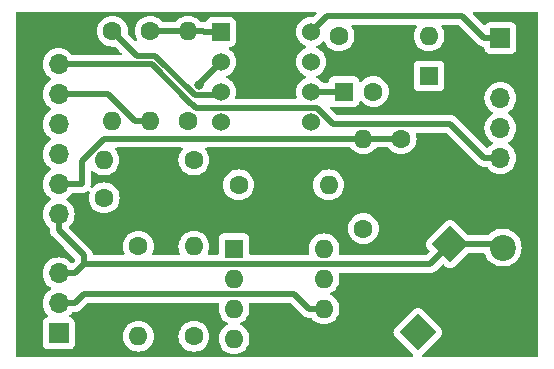
<source format=gtl>
G04 #@! TF.GenerationSoftware,KiCad,Pcbnew,7.0.11-7.0.11~ubuntu22.04.1*
G04 #@! TF.CreationDate,2024-07-25T22:55:08-03:00*
G04 #@! TF.ProjectId,Fonte_corrente_mono_V01b_compacto,466f6e74-655f-4636-9f72-72656e74655f,rev?*
G04 #@! TF.SameCoordinates,Original*
G04 #@! TF.FileFunction,Copper,L1,Top*
G04 #@! TF.FilePolarity,Positive*
%FSLAX46Y46*%
G04 Gerber Fmt 4.6, Leading zero omitted, Abs format (unit mm)*
G04 Created by KiCad (PCBNEW 7.0.11-7.0.11~ubuntu22.04.1) date 2024-07-25 22:55:08*
%MOMM*%
%LPD*%
G01*
G04 APERTURE LIST*
G04 Aperture macros list*
%AMHorizOval*
0 Thick line with rounded ends*
0 $1 width*
0 $2 $3 position (X,Y) of the first rounded end (center of the circle)*
0 $4 $5 position (X,Y) of the second rounded end (center of the circle)*
0 Add line between two ends*
20,1,$1,$2,$3,$4,$5,0*
0 Add two circle primitives to create the rounded ends*
1,1,$1,$2,$3*
1,1,$1,$4,$5*%
%AMRotRect*
0 Rectangle, with rotation*
0 The origin of the aperture is its center*
0 $1 length*
0 $2 width*
0 $3 Rotation angle, in degrees counterclockwise*
0 Add horizontal line*
21,1,$1,$2,0,0,$3*%
G04 Aperture macros list end*
G04 #@! TA.AperFunction,ComponentPad*
%ADD10C,1.600000*%
G04 #@! TD*
G04 #@! TA.AperFunction,ComponentPad*
%ADD11O,1.600000X1.600000*%
G04 #@! TD*
G04 #@! TA.AperFunction,ComponentPad*
%ADD12R,1.600000X1.600000*%
G04 #@! TD*
G04 #@! TA.AperFunction,ComponentPad*
%ADD13R,1.700000X1.700000*%
G04 #@! TD*
G04 #@! TA.AperFunction,ComponentPad*
%ADD14O,1.700000X1.700000*%
G04 #@! TD*
G04 #@! TA.AperFunction,ComponentPad*
%ADD15RotRect,2.200000X2.200000X45.000000*%
G04 #@! TD*
G04 #@! TA.AperFunction,ComponentPad*
%ADD16HorizOval,2.200000X0.000000X0.000000X0.000000X0.000000X0*%
G04 #@! TD*
G04 #@! TA.AperFunction,ComponentPad*
%ADD17R,1.524000X1.524000*%
G04 #@! TD*
G04 #@! TA.AperFunction,ComponentPad*
%ADD18C,1.524000*%
G04 #@! TD*
G04 #@! TA.AperFunction,ComponentPad*
%ADD19RotRect,2.200000X2.200000X225.000000*%
G04 #@! TD*
G04 #@! TA.AperFunction,ComponentPad*
%ADD20HorizOval,2.200000X0.000000X0.000000X0.000000X0.000000X0*%
G04 #@! TD*
G04 #@! TA.AperFunction,ViaPad*
%ADD21C,0.800000*%
G04 #@! TD*
G04 #@! TA.AperFunction,Conductor*
%ADD22C,0.500000*%
G04 #@! TD*
G04 APERTURE END LIST*
D10*
X228250000Y-93490000D03*
D11*
X228250000Y-101110000D03*
D12*
X223394900Y-89500000D03*
D10*
X225894900Y-89500000D03*
D13*
X199250000Y-109975000D03*
D14*
X199250000Y-107435000D03*
X199250000Y-104895000D03*
D10*
X214490000Y-97400000D03*
D11*
X222110000Y-97400000D03*
D10*
X203800000Y-84390000D03*
D11*
X203800000Y-92010000D03*
D10*
X210200000Y-92010000D03*
D11*
X210200000Y-84390000D03*
D15*
X229657900Y-109892100D03*
D16*
X236842105Y-102707895D03*
D10*
X210700000Y-95300000D03*
D11*
X203080000Y-95300000D03*
D10*
X210700000Y-110220000D03*
D11*
X210700000Y-102600000D03*
D12*
X214100000Y-102810000D03*
D11*
X214100000Y-105350000D03*
X214100000Y-107890000D03*
X214100000Y-110430000D03*
X221720000Y-110430000D03*
X221720000Y-107890000D03*
X221720000Y-105350000D03*
X221720000Y-102810000D03*
D10*
X207000000Y-84390000D03*
D11*
X207000000Y-92010000D03*
D10*
X206000000Y-102600000D03*
D11*
X206000000Y-110220000D03*
D17*
X213000000Y-84460000D03*
D18*
X213000000Y-87000000D03*
X213000000Y-89540000D03*
X213000000Y-92080000D03*
X220620000Y-92080000D03*
X220620000Y-89540000D03*
X220620000Y-87000000D03*
X220620000Y-84460000D03*
D12*
X230600000Y-88194900D03*
D10*
X230600000Y-90694900D03*
X225050000Y-101110000D03*
D11*
X225050000Y-93490000D03*
D13*
X199250000Y-84640000D03*
D14*
X199250000Y-87180000D03*
X199250000Y-89720000D03*
X199250000Y-92260000D03*
X199250000Y-94800000D03*
X199250000Y-97340000D03*
X199250000Y-99880000D03*
D19*
X232392100Y-102407900D03*
D20*
X225207895Y-109592105D03*
D13*
X236650000Y-84970000D03*
D14*
X236650000Y-87510000D03*
X236650000Y-90050000D03*
X236650000Y-92590000D03*
X236650000Y-95130000D03*
D10*
X222990000Y-84800000D03*
D11*
X230610000Y-84800000D03*
D10*
X203100000Y-98500000D03*
D11*
X210720000Y-98500000D03*
D21*
X211131500Y-88979500D03*
D22*
X220660000Y-89500000D02*
X223394900Y-89500000D01*
X220620000Y-89540000D02*
X220660000Y-89500000D01*
X225050000Y-93490000D02*
X228250000Y-93490000D01*
X199250000Y-97340000D02*
X201200000Y-97340000D01*
X201200000Y-97340000D02*
X201200000Y-95390000D01*
X201200000Y-95390000D02*
X203100000Y-93490000D01*
X203100000Y-93490000D02*
X225050000Y-93490000D01*
X203800000Y-84390000D02*
X205889600Y-86479600D01*
X212708600Y-89831400D02*
X213000000Y-89540000D01*
X205889600Y-86479600D02*
X207426900Y-86479600D01*
X210778700Y-89831400D02*
X212708600Y-89831400D01*
X207426900Y-86479600D02*
X210778700Y-89831400D01*
X221980000Y-83100000D02*
X220620000Y-84460000D01*
X236650000Y-84970000D02*
X235300000Y-84970000D01*
X233430000Y-83100000D02*
X221980000Y-83100000D01*
X235300000Y-84970000D02*
X233430000Y-83100000D01*
X207136100Y-87181500D02*
X210487900Y-90533300D01*
X222494900Y-92238100D02*
X232408100Y-92238100D01*
X236650000Y-95130000D02*
X235300000Y-95130000D01*
X200601500Y-87181500D02*
X207136100Y-87181500D01*
X210877300Y-90866100D02*
X221122900Y-90866100D01*
X210544500Y-90533300D02*
X210877300Y-90866100D01*
X210487900Y-90533300D02*
X210544500Y-90533300D01*
X200600000Y-87180000D02*
X200601500Y-87181500D01*
X199250000Y-87180000D02*
X200600000Y-87180000D01*
X221122900Y-90866100D02*
X222494900Y-92238100D01*
X232408100Y-92238100D02*
X235300000Y-95130000D01*
X221720000Y-107890000D02*
X220420000Y-107890000D01*
X200600000Y-107435000D02*
X201414900Y-106620100D01*
X201414900Y-106620100D02*
X219150100Y-106620100D01*
X219150100Y-106620100D02*
X220420000Y-107890000D01*
X199250000Y-107435000D02*
X200600000Y-107435000D01*
X236842105Y-102707895D02*
X236842100Y-102707900D01*
X232392100Y-102407900D02*
X236542110Y-102407900D01*
X201401300Y-103381300D02*
X201401300Y-104093700D01*
X200600000Y-104895000D02*
X201401300Y-104093700D01*
X199250000Y-104895000D02*
X200600000Y-104895000D01*
X199250000Y-101230000D02*
X201401300Y-103381300D01*
X201401300Y-104093700D02*
X230706300Y-104093700D01*
X230706300Y-104093700D02*
X232392100Y-102407900D01*
X199250000Y-99880000D02*
X199250000Y-101230000D01*
X236542110Y-102407900D02*
X236842105Y-102707895D01*
X203410000Y-89720000D02*
X205700000Y-92010000D01*
X207000000Y-92010000D02*
X205700000Y-92010000D01*
X199250000Y-89720000D02*
X203410000Y-89720000D01*
X213000000Y-87000000D02*
X211131500Y-88868500D01*
X211131500Y-88868500D02*
X211131500Y-88979500D01*
X211570000Y-84460000D02*
X211500000Y-84390000D01*
X207000000Y-84390000D02*
X210200000Y-84390000D01*
X210200000Y-84390000D02*
X211500000Y-84390000D01*
X213000000Y-84460000D02*
X211570000Y-84460000D01*
G04 #@! TA.AperFunction,Conductor*
G36*
X221036309Y-82769685D02*
G01*
X221082064Y-82822489D01*
X221092008Y-82891647D01*
X221062983Y-82955203D01*
X221056972Y-82961658D01*
X220858260Y-83160370D01*
X220850272Y-83168359D01*
X220788949Y-83201843D01*
X220751785Y-83204205D01*
X220620003Y-83192677D01*
X220619998Y-83192677D01*
X220399937Y-83211929D01*
X220399929Y-83211930D01*
X220186554Y-83269104D01*
X220186548Y-83269107D01*
X219986340Y-83362465D01*
X219986338Y-83362466D01*
X219805377Y-83489175D01*
X219649175Y-83645377D01*
X219522466Y-83826338D01*
X219522465Y-83826340D01*
X219429107Y-84026548D01*
X219429104Y-84026554D01*
X219371930Y-84239929D01*
X219371929Y-84239937D01*
X219352677Y-84459997D01*
X219352677Y-84460002D01*
X219371929Y-84680062D01*
X219371930Y-84680070D01*
X219429104Y-84893445D01*
X219429105Y-84893447D01*
X219429106Y-84893450D01*
X219491235Y-85026686D01*
X219522466Y-85093662D01*
X219522468Y-85093666D01*
X219649170Y-85274615D01*
X219649175Y-85274621D01*
X219805378Y-85430824D01*
X219805384Y-85430829D01*
X219986333Y-85557531D01*
X219986335Y-85557532D01*
X219986338Y-85557534D01*
X220080191Y-85601298D01*
X220115189Y-85617618D01*
X220167628Y-85663790D01*
X220186780Y-85730984D01*
X220166564Y-85797865D01*
X220115189Y-85842382D01*
X219986340Y-85902465D01*
X219986338Y-85902466D01*
X219805377Y-86029175D01*
X219649175Y-86185377D01*
X219522466Y-86366338D01*
X219522465Y-86366340D01*
X219429107Y-86566548D01*
X219429104Y-86566554D01*
X219371930Y-86779929D01*
X219371929Y-86779937D01*
X219352677Y-86999997D01*
X219352677Y-87000002D01*
X219371929Y-87220062D01*
X219371930Y-87220070D01*
X219429104Y-87433445D01*
X219429105Y-87433447D01*
X219429106Y-87433450D01*
X219522466Y-87633662D01*
X219522468Y-87633666D01*
X219649170Y-87814615D01*
X219649175Y-87814621D01*
X219805378Y-87970824D01*
X219805384Y-87970829D01*
X219986333Y-88097531D01*
X219986335Y-88097532D01*
X219986338Y-88097534D01*
X220105114Y-88152920D01*
X220115189Y-88157618D01*
X220167628Y-88203790D01*
X220186780Y-88270984D01*
X220166564Y-88337865D01*
X220115189Y-88382382D01*
X219986340Y-88442465D01*
X219986338Y-88442466D01*
X219805377Y-88569175D01*
X219649175Y-88725377D01*
X219522466Y-88906338D01*
X219522465Y-88906340D01*
X219429107Y-89106548D01*
X219429104Y-89106554D01*
X219371930Y-89319929D01*
X219371929Y-89319937D01*
X219352677Y-89539997D01*
X219352677Y-89540002D01*
X219369009Y-89726686D01*
X219371930Y-89760068D01*
X219424270Y-89955403D01*
X219425370Y-89959506D01*
X219423707Y-90029356D01*
X219384545Y-90087219D01*
X219320316Y-90114723D01*
X219305595Y-90115600D01*
X214314405Y-90115600D01*
X214247366Y-90095915D01*
X214201611Y-90043111D01*
X214191667Y-89973953D01*
X214194630Y-89959506D01*
X214195728Y-89955408D01*
X214248070Y-89760068D01*
X214267323Y-89540000D01*
X214248070Y-89319932D01*
X214190894Y-89106550D01*
X214097534Y-88906339D01*
X213987715Y-88749500D01*
X213970827Y-88725381D01*
X213897573Y-88652127D01*
X213814620Y-88569174D01*
X213814616Y-88569171D01*
X213814615Y-88569170D01*
X213633666Y-88442468D01*
X213633658Y-88442464D01*
X213504811Y-88382382D01*
X213452371Y-88336210D01*
X213433219Y-88269017D01*
X213453435Y-88202135D01*
X213504811Y-88157618D01*
X213514886Y-88152920D01*
X213633662Y-88097534D01*
X213814620Y-87970826D01*
X213970826Y-87814620D01*
X214097534Y-87633662D01*
X214190894Y-87433450D01*
X214248070Y-87220068D01*
X214267323Y-87000000D01*
X214263045Y-86951106D01*
X214258645Y-86900808D01*
X214248070Y-86779932D01*
X214190894Y-86566550D01*
X214097534Y-86366339D01*
X213970826Y-86185380D01*
X213814620Y-86029174D01*
X213814616Y-86029171D01*
X213814615Y-86029170D01*
X213698797Y-85948074D01*
X213655172Y-85893497D01*
X213647978Y-85823999D01*
X213679501Y-85761644D01*
X213739730Y-85726230D01*
X213769919Y-85722499D01*
X213809872Y-85722499D01*
X213869483Y-85716091D01*
X214004331Y-85665796D01*
X214119546Y-85579546D01*
X214205796Y-85464331D01*
X214256091Y-85329483D01*
X214262500Y-85269873D01*
X214262499Y-83650128D01*
X214256091Y-83590517D01*
X214247305Y-83566961D01*
X214205797Y-83455671D01*
X214205793Y-83455664D01*
X214119547Y-83340455D01*
X214119544Y-83340452D01*
X214004335Y-83254206D01*
X214004328Y-83254202D01*
X213869482Y-83203908D01*
X213869483Y-83203908D01*
X213809883Y-83197501D01*
X213809881Y-83197500D01*
X213809873Y-83197500D01*
X213809864Y-83197500D01*
X212190129Y-83197500D01*
X212190123Y-83197501D01*
X212130516Y-83203908D01*
X211995671Y-83254202D01*
X211995664Y-83254206D01*
X211880455Y-83340452D01*
X211880452Y-83340455D01*
X211794206Y-83455664D01*
X211794202Y-83455671D01*
X211752694Y-83566961D01*
X211710823Y-83622895D01*
X211645358Y-83647312D01*
X211607919Y-83644286D01*
X211587721Y-83639499D01*
X211580547Y-83638661D01*
X211580553Y-83638601D01*
X211573055Y-83637835D01*
X211573050Y-83637895D01*
X211565860Y-83637265D01*
X211490870Y-83639448D01*
X211487263Y-83639500D01*
X211326663Y-83639500D01*
X211259624Y-83619815D01*
X211225088Y-83586623D01*
X211200045Y-83550858D01*
X211039141Y-83389954D01*
X210852734Y-83259432D01*
X210852732Y-83259431D01*
X210646497Y-83163261D01*
X210646488Y-83163258D01*
X210426697Y-83104366D01*
X210426693Y-83104365D01*
X210426692Y-83104365D01*
X210426691Y-83104364D01*
X210426686Y-83104364D01*
X210200002Y-83084532D01*
X210199998Y-83084532D01*
X209973313Y-83104364D01*
X209973302Y-83104366D01*
X209753511Y-83163258D01*
X209753502Y-83163261D01*
X209547267Y-83259431D01*
X209547265Y-83259432D01*
X209360858Y-83389954D01*
X209199954Y-83550858D01*
X209174912Y-83586623D01*
X209120335Y-83630248D01*
X209073337Y-83639500D01*
X208126663Y-83639500D01*
X208059624Y-83619815D01*
X208025088Y-83586623D01*
X208000045Y-83550858D01*
X207839141Y-83389954D01*
X207652734Y-83259432D01*
X207652732Y-83259431D01*
X207446497Y-83163261D01*
X207446488Y-83163258D01*
X207226697Y-83104366D01*
X207226693Y-83104365D01*
X207226692Y-83104365D01*
X207226691Y-83104364D01*
X207226686Y-83104364D01*
X207000002Y-83084532D01*
X206999998Y-83084532D01*
X206773313Y-83104364D01*
X206773302Y-83104366D01*
X206553511Y-83163258D01*
X206553502Y-83163261D01*
X206347267Y-83259431D01*
X206347265Y-83259432D01*
X206160858Y-83389954D01*
X205999954Y-83550858D01*
X205869432Y-83737265D01*
X205869431Y-83737267D01*
X205773261Y-83943502D01*
X205773258Y-83943511D01*
X205714366Y-84163302D01*
X205714364Y-84163313D01*
X205694532Y-84389998D01*
X205694532Y-84390001D01*
X205714364Y-84616686D01*
X205714366Y-84616697D01*
X205773258Y-84836488D01*
X205773261Y-84836497D01*
X205869431Y-85042732D01*
X205869435Y-85042738D01*
X205886414Y-85066988D01*
X205908741Y-85133194D01*
X205891729Y-85200961D01*
X205840780Y-85248773D01*
X205772070Y-85261450D01*
X205707414Y-85234967D01*
X205697157Y-85225790D01*
X205641407Y-85170040D01*
X205126716Y-84655348D01*
X205093231Y-84594025D01*
X205090869Y-84556863D01*
X205105468Y-84390000D01*
X205085635Y-84163308D01*
X205026739Y-83943504D01*
X204930568Y-83737266D01*
X204800047Y-83550861D01*
X204800045Y-83550858D01*
X204639141Y-83389954D01*
X204452734Y-83259432D01*
X204452732Y-83259431D01*
X204246497Y-83163261D01*
X204246488Y-83163258D01*
X204026697Y-83104366D01*
X204026693Y-83104365D01*
X204026692Y-83104365D01*
X204026691Y-83104364D01*
X204026686Y-83104364D01*
X203800002Y-83084532D01*
X203799998Y-83084532D01*
X203573313Y-83104364D01*
X203573302Y-83104366D01*
X203353511Y-83163258D01*
X203353502Y-83163261D01*
X203147267Y-83259431D01*
X203147265Y-83259432D01*
X202960858Y-83389954D01*
X202799954Y-83550858D01*
X202669432Y-83737265D01*
X202669431Y-83737267D01*
X202573261Y-83943502D01*
X202573258Y-83943511D01*
X202514366Y-84163302D01*
X202514364Y-84163313D01*
X202494532Y-84389998D01*
X202494532Y-84390001D01*
X202514364Y-84616686D01*
X202514366Y-84616697D01*
X202573258Y-84836488D01*
X202573261Y-84836497D01*
X202669431Y-85042732D01*
X202669432Y-85042734D01*
X202799954Y-85229141D01*
X202960858Y-85390045D01*
X202960861Y-85390047D01*
X203147266Y-85520568D01*
X203353504Y-85616739D01*
X203573308Y-85675635D01*
X203706137Y-85687256D01*
X203799998Y-85695468D01*
X203800000Y-85695468D01*
X203800001Y-85695468D01*
X203820062Y-85693712D01*
X203966861Y-85680869D01*
X204035359Y-85694635D01*
X204065348Y-85716716D01*
X204377809Y-86029177D01*
X204567952Y-86219319D01*
X204601437Y-86280642D01*
X204596453Y-86350333D01*
X204554582Y-86406267D01*
X204489117Y-86430684D01*
X204480271Y-86431000D01*
X200707776Y-86431000D01*
X200693380Y-86430162D01*
X200687725Y-86429501D01*
X200687721Y-86429500D01*
X200687716Y-86429500D01*
X200680547Y-86428662D01*
X200680554Y-86428601D01*
X200673055Y-86427835D01*
X200673050Y-86427895D01*
X200665860Y-86427265D01*
X200590870Y-86429448D01*
X200587263Y-86429500D01*
X200437701Y-86429500D01*
X200370662Y-86409815D01*
X200336126Y-86376623D01*
X200288494Y-86308597D01*
X200121402Y-86141506D01*
X200121395Y-86141501D01*
X199927834Y-86005967D01*
X199927830Y-86005965D01*
X199831559Y-85961073D01*
X199713663Y-85906097D01*
X199713659Y-85906096D01*
X199713655Y-85906094D01*
X199485413Y-85844938D01*
X199485403Y-85844936D01*
X199250001Y-85824341D01*
X199249999Y-85824341D01*
X199014596Y-85844936D01*
X199014586Y-85844938D01*
X198786344Y-85906094D01*
X198786335Y-85906098D01*
X198572171Y-86005964D01*
X198572169Y-86005965D01*
X198378597Y-86141505D01*
X198211505Y-86308597D01*
X198075965Y-86502169D01*
X198075964Y-86502171D01*
X197976098Y-86716335D01*
X197976094Y-86716344D01*
X197914938Y-86944586D01*
X197914936Y-86944596D01*
X197894341Y-87179999D01*
X197894341Y-87180000D01*
X197914936Y-87415403D01*
X197914938Y-87415413D01*
X197976094Y-87643655D01*
X197976096Y-87643659D01*
X197976097Y-87643663D01*
X198055816Y-87814620D01*
X198075965Y-87857830D01*
X198075967Y-87857834D01*
X198211501Y-88051395D01*
X198211506Y-88051402D01*
X198378597Y-88218493D01*
X198378603Y-88218498D01*
X198564158Y-88348425D01*
X198607783Y-88403002D01*
X198614977Y-88472500D01*
X198583454Y-88534855D01*
X198564158Y-88551575D01*
X198378597Y-88681505D01*
X198211505Y-88848597D01*
X198075965Y-89042169D01*
X198075964Y-89042171D01*
X197976098Y-89256335D01*
X197976094Y-89256344D01*
X197914938Y-89484586D01*
X197914936Y-89484596D01*
X197894341Y-89719999D01*
X197894341Y-89720000D01*
X197914936Y-89955403D01*
X197914938Y-89955413D01*
X197976094Y-90183655D01*
X197976096Y-90183659D01*
X197976097Y-90183663D01*
X198064886Y-90374072D01*
X198075965Y-90397830D01*
X198075967Y-90397834D01*
X198211501Y-90591395D01*
X198211506Y-90591402D01*
X198378597Y-90758493D01*
X198378603Y-90758498D01*
X198564158Y-90888425D01*
X198607783Y-90943002D01*
X198614977Y-91012500D01*
X198583454Y-91074855D01*
X198564158Y-91091575D01*
X198378597Y-91221505D01*
X198211505Y-91388597D01*
X198075965Y-91582169D01*
X198075964Y-91582171D01*
X197976098Y-91796335D01*
X197976094Y-91796344D01*
X197914938Y-92024586D01*
X197914936Y-92024596D01*
X197894341Y-92259999D01*
X197894341Y-92260000D01*
X197914936Y-92495403D01*
X197914938Y-92495413D01*
X197976094Y-92723655D01*
X197976096Y-92723659D01*
X197976097Y-92723663D01*
X198038260Y-92856971D01*
X198075965Y-92937830D01*
X198075967Y-92937834D01*
X198211501Y-93131395D01*
X198211506Y-93131402D01*
X198378597Y-93298493D01*
X198378603Y-93298498D01*
X198564158Y-93428425D01*
X198607783Y-93483002D01*
X198614977Y-93552500D01*
X198583454Y-93614855D01*
X198564158Y-93631575D01*
X198378597Y-93761505D01*
X198211505Y-93928597D01*
X198075965Y-94122169D01*
X198075964Y-94122171D01*
X197976098Y-94336335D01*
X197976094Y-94336344D01*
X197914938Y-94564586D01*
X197914936Y-94564596D01*
X197894341Y-94799999D01*
X197894341Y-94800000D01*
X197914936Y-95035403D01*
X197914938Y-95035413D01*
X197976094Y-95263655D01*
X197976096Y-95263659D01*
X197976097Y-95263663D01*
X198023542Y-95365408D01*
X198075965Y-95477830D01*
X198075967Y-95477834D01*
X198211501Y-95671395D01*
X198211506Y-95671402D01*
X198378597Y-95838493D01*
X198378603Y-95838498D01*
X198564158Y-95968425D01*
X198607783Y-96023002D01*
X198614977Y-96092500D01*
X198583454Y-96154855D01*
X198564158Y-96171575D01*
X198378597Y-96301505D01*
X198211505Y-96468597D01*
X198075965Y-96662169D01*
X198075964Y-96662171D01*
X197976098Y-96876335D01*
X197976094Y-96876344D01*
X197914938Y-97104586D01*
X197914936Y-97104596D01*
X197894341Y-97339999D01*
X197894341Y-97340000D01*
X197914936Y-97575403D01*
X197914938Y-97575413D01*
X197976094Y-97803655D01*
X197976096Y-97803659D01*
X197976097Y-97803663D01*
X198030031Y-97919325D01*
X198075965Y-98017830D01*
X198075967Y-98017834D01*
X198211501Y-98211395D01*
X198211506Y-98211402D01*
X198378597Y-98378493D01*
X198378603Y-98378498D01*
X198564158Y-98508425D01*
X198607783Y-98563002D01*
X198614977Y-98632500D01*
X198583454Y-98694855D01*
X198564158Y-98711575D01*
X198378597Y-98841505D01*
X198211505Y-99008597D01*
X198075965Y-99202169D01*
X198075964Y-99202171D01*
X197976098Y-99416335D01*
X197976094Y-99416344D01*
X197914938Y-99644586D01*
X197914936Y-99644596D01*
X197894341Y-99879999D01*
X197894341Y-99880000D01*
X197914936Y-100115403D01*
X197914938Y-100115413D01*
X197976094Y-100343655D01*
X197976096Y-100343659D01*
X197976097Y-100343663D01*
X198075965Y-100557830D01*
X198075967Y-100557834D01*
X198211501Y-100751395D01*
X198211506Y-100751402D01*
X198378595Y-100918492D01*
X198378598Y-100918494D01*
X198378599Y-100918495D01*
X198446623Y-100966125D01*
X198490248Y-101020701D01*
X198499500Y-101067700D01*
X198499500Y-101166294D01*
X198498191Y-101184263D01*
X198494710Y-101208025D01*
X198499028Y-101257368D01*
X198499500Y-101268176D01*
X198499500Y-101273711D01*
X198503098Y-101304495D01*
X198503464Y-101308083D01*
X198510000Y-101382791D01*
X198511461Y-101389867D01*
X198511403Y-101389878D01*
X198513034Y-101397237D01*
X198513092Y-101397224D01*
X198514757Y-101404249D01*
X198514758Y-101404254D01*
X198514759Y-101404255D01*
X198516507Y-101409059D01*
X198540400Y-101474705D01*
X198541582Y-101478107D01*
X198565182Y-101549326D01*
X198568236Y-101555874D01*
X198568182Y-101555898D01*
X198571470Y-101562688D01*
X198571521Y-101562663D01*
X198574761Y-101569114D01*
X198615979Y-101631784D01*
X198617889Y-101634782D01*
X198628791Y-101652455D01*
X198657289Y-101698658D01*
X198661766Y-101704319D01*
X198661719Y-101704356D01*
X198666482Y-101710202D01*
X198666528Y-101710164D01*
X198671173Y-101715699D01*
X198725708Y-101767150D01*
X198728296Y-101769664D01*
X199686597Y-102727965D01*
X200608451Y-103649818D01*
X200641936Y-103711141D01*
X200636952Y-103780833D01*
X200608451Y-103825180D01*
X200436945Y-103996686D01*
X200375622Y-104030171D01*
X200305930Y-104025187D01*
X200261583Y-103996687D01*
X200261582Y-103996686D01*
X200121401Y-103856505D01*
X200121397Y-103856502D01*
X200121396Y-103856501D01*
X199927834Y-103720967D01*
X199927830Y-103720965D01*
X199906762Y-103711141D01*
X199713663Y-103621097D01*
X199713659Y-103621096D01*
X199713655Y-103621094D01*
X199485413Y-103559938D01*
X199485403Y-103559936D01*
X199250001Y-103539341D01*
X199249999Y-103539341D01*
X199014596Y-103559936D01*
X199014586Y-103559938D01*
X198786344Y-103621094D01*
X198786335Y-103621098D01*
X198572171Y-103720964D01*
X198572169Y-103720965D01*
X198378597Y-103856505D01*
X198211505Y-104023597D01*
X198075965Y-104217169D01*
X198075964Y-104217171D01*
X197976098Y-104431335D01*
X197976094Y-104431344D01*
X197914938Y-104659586D01*
X197914936Y-104659596D01*
X197894341Y-104894999D01*
X197894341Y-104895000D01*
X197914936Y-105130403D01*
X197914938Y-105130413D01*
X197976094Y-105358655D01*
X197976096Y-105358659D01*
X197976097Y-105358663D01*
X198036274Y-105487712D01*
X198075965Y-105572830D01*
X198075967Y-105572834D01*
X198211501Y-105766395D01*
X198211506Y-105766402D01*
X198378597Y-105933493D01*
X198378603Y-105933498D01*
X198564158Y-106063425D01*
X198607783Y-106118002D01*
X198614977Y-106187500D01*
X198583454Y-106249855D01*
X198564158Y-106266575D01*
X198378597Y-106396505D01*
X198211505Y-106563597D01*
X198075965Y-106757169D01*
X198075964Y-106757171D01*
X197976098Y-106971335D01*
X197976094Y-106971344D01*
X197914938Y-107199586D01*
X197914936Y-107199596D01*
X197894341Y-107434999D01*
X197894341Y-107435000D01*
X197914936Y-107670403D01*
X197914938Y-107670413D01*
X197976094Y-107898655D01*
X197976096Y-107898659D01*
X197976097Y-107898663D01*
X198036274Y-108027712D01*
X198075965Y-108112830D01*
X198075967Y-108112834D01*
X198211501Y-108306395D01*
X198211506Y-108306402D01*
X198333430Y-108428326D01*
X198366915Y-108489649D01*
X198361931Y-108559341D01*
X198320059Y-108615274D01*
X198289083Y-108632189D01*
X198157669Y-108681203D01*
X198157664Y-108681206D01*
X198042455Y-108767452D01*
X198042452Y-108767455D01*
X197956206Y-108882664D01*
X197956202Y-108882671D01*
X197905908Y-109017517D01*
X197899501Y-109077116D01*
X197899501Y-109077123D01*
X197899500Y-109077135D01*
X197899500Y-110872870D01*
X197899501Y-110872876D01*
X197905908Y-110932483D01*
X197956202Y-111067328D01*
X197956206Y-111067335D01*
X198042452Y-111182544D01*
X198042455Y-111182547D01*
X198157664Y-111268793D01*
X198157671Y-111268797D01*
X198292517Y-111319091D01*
X198292516Y-111319091D01*
X198299444Y-111319835D01*
X198352127Y-111325500D01*
X200147872Y-111325499D01*
X200207483Y-111319091D01*
X200342331Y-111268796D01*
X200457546Y-111182546D01*
X200543796Y-111067331D01*
X200594091Y-110932483D01*
X200600500Y-110872873D01*
X200600500Y-110220001D01*
X204694532Y-110220001D01*
X204714364Y-110446686D01*
X204714366Y-110446697D01*
X204773258Y-110666488D01*
X204773261Y-110666497D01*
X204869431Y-110872732D01*
X204869432Y-110872734D01*
X204999954Y-111059141D01*
X205160858Y-111220045D01*
X205160861Y-111220047D01*
X205347266Y-111350568D01*
X205553504Y-111446739D01*
X205773308Y-111505635D01*
X205935230Y-111519801D01*
X205999998Y-111525468D01*
X206000000Y-111525468D01*
X206000002Y-111525468D01*
X206056673Y-111520509D01*
X206226692Y-111505635D01*
X206446496Y-111446739D01*
X206652734Y-111350568D01*
X206839139Y-111220047D01*
X207000047Y-111059139D01*
X207130568Y-110872734D01*
X207226739Y-110666496D01*
X207285635Y-110446692D01*
X207305468Y-110220001D01*
X209394532Y-110220001D01*
X209414364Y-110446686D01*
X209414366Y-110446697D01*
X209473258Y-110666488D01*
X209473261Y-110666497D01*
X209569431Y-110872732D01*
X209569432Y-110872734D01*
X209699954Y-111059141D01*
X209860858Y-111220045D01*
X209860861Y-111220047D01*
X210047266Y-111350568D01*
X210253504Y-111446739D01*
X210473308Y-111505635D01*
X210635230Y-111519801D01*
X210699998Y-111525468D01*
X210700000Y-111525468D01*
X210700002Y-111525468D01*
X210756673Y-111520509D01*
X210926692Y-111505635D01*
X211146496Y-111446739D01*
X211352734Y-111350568D01*
X211539139Y-111220047D01*
X211700047Y-111059139D01*
X211830568Y-110872734D01*
X211926739Y-110666496D01*
X211985635Y-110446692D01*
X212005468Y-110220000D01*
X212004782Y-110212163D01*
X211989244Y-110034559D01*
X211985635Y-109993308D01*
X211926739Y-109773504D01*
X211830568Y-109567266D01*
X211700047Y-109380861D01*
X211700045Y-109380858D01*
X211539141Y-109219954D01*
X211352734Y-109089432D01*
X211352732Y-109089431D01*
X211146497Y-108993261D01*
X211146488Y-108993258D01*
X210926697Y-108934366D01*
X210926693Y-108934365D01*
X210926692Y-108934365D01*
X210926691Y-108934364D01*
X210926686Y-108934364D01*
X210700002Y-108914532D01*
X210699998Y-108914532D01*
X210473313Y-108934364D01*
X210473302Y-108934366D01*
X210253511Y-108993258D01*
X210253502Y-108993261D01*
X210047267Y-109089431D01*
X210047265Y-109089432D01*
X209860858Y-109219954D01*
X209699954Y-109380858D01*
X209569432Y-109567265D01*
X209569431Y-109567267D01*
X209473261Y-109773502D01*
X209473258Y-109773511D01*
X209414366Y-109993302D01*
X209414364Y-109993313D01*
X209394532Y-110219998D01*
X209394532Y-110220001D01*
X207305468Y-110220001D01*
X207305468Y-110220000D01*
X207304782Y-110212163D01*
X207289244Y-110034559D01*
X207285635Y-109993308D01*
X207226739Y-109773504D01*
X207130568Y-109567266D01*
X207000047Y-109380861D01*
X207000045Y-109380858D01*
X206839141Y-109219954D01*
X206652734Y-109089432D01*
X206652732Y-109089431D01*
X206446497Y-108993261D01*
X206446488Y-108993258D01*
X206226697Y-108934366D01*
X206226693Y-108934365D01*
X206226692Y-108934365D01*
X206226691Y-108934364D01*
X206226686Y-108934364D01*
X206000002Y-108914532D01*
X205999998Y-108914532D01*
X205773313Y-108934364D01*
X205773302Y-108934366D01*
X205553511Y-108993258D01*
X205553502Y-108993261D01*
X205347267Y-109089431D01*
X205347265Y-109089432D01*
X205160858Y-109219954D01*
X204999954Y-109380858D01*
X204869432Y-109567265D01*
X204869431Y-109567267D01*
X204773261Y-109773502D01*
X204773258Y-109773511D01*
X204714366Y-109993302D01*
X204714364Y-109993313D01*
X204694532Y-110219998D01*
X204694532Y-110220001D01*
X200600500Y-110220001D01*
X200600499Y-109077128D01*
X200594091Y-109017517D01*
X200563077Y-108934365D01*
X200543797Y-108882671D01*
X200543793Y-108882664D01*
X200457547Y-108767455D01*
X200457544Y-108767452D01*
X200342335Y-108681206D01*
X200342328Y-108681202D01*
X200210917Y-108632189D01*
X200154983Y-108590318D01*
X200130566Y-108524853D01*
X200145418Y-108456580D01*
X200166563Y-108428332D01*
X200288495Y-108306401D01*
X200336127Y-108238376D01*
X200390704Y-108194751D01*
X200437701Y-108185500D01*
X200536295Y-108185500D01*
X200554265Y-108186809D01*
X200578023Y-108190289D01*
X200627369Y-108185971D01*
X200638176Y-108185500D01*
X200643704Y-108185500D01*
X200643709Y-108185500D01*
X200674556Y-108181893D01*
X200678030Y-108181539D01*
X200752797Y-108174999D01*
X200752805Y-108174996D01*
X200759866Y-108173539D01*
X200759878Y-108173598D01*
X200767243Y-108171965D01*
X200767229Y-108171906D01*
X200774249Y-108170241D01*
X200774255Y-108170241D01*
X200844779Y-108144572D01*
X200848117Y-108143412D01*
X200919334Y-108119814D01*
X200919342Y-108119808D01*
X200925882Y-108116760D01*
X200925908Y-108116816D01*
X200932690Y-108113532D01*
X200932663Y-108113478D01*
X200939113Y-108110238D01*
X200939117Y-108110237D01*
X201001837Y-108068984D01*
X201004732Y-108067140D01*
X201068656Y-108027712D01*
X201068662Y-108027705D01*
X201074325Y-108023229D01*
X201074362Y-108023277D01*
X201080204Y-108018518D01*
X201080164Y-108018471D01*
X201085686Y-108013835D01*
X201085696Y-108013830D01*
X201137187Y-107959251D01*
X201139632Y-107956734D01*
X201689448Y-107406919D01*
X201750771Y-107373434D01*
X201777129Y-107370600D01*
X212731196Y-107370600D01*
X212798235Y-107390285D01*
X212843990Y-107443089D01*
X212853934Y-107512247D01*
X212850972Y-107526684D01*
X212835657Y-107583844D01*
X212814365Y-107663305D01*
X212814364Y-107663313D01*
X212794532Y-107889998D01*
X212794532Y-107890001D01*
X212814364Y-108116686D01*
X212814366Y-108116697D01*
X212873258Y-108336488D01*
X212873261Y-108336497D01*
X212969431Y-108542732D01*
X212969432Y-108542734D01*
X213099954Y-108729141D01*
X213260858Y-108890045D01*
X213307693Y-108922839D01*
X213447266Y-109020568D01*
X213505275Y-109047618D01*
X213557714Y-109093791D01*
X213576866Y-109160984D01*
X213556650Y-109227865D01*
X213505275Y-109272382D01*
X213447267Y-109299431D01*
X213447265Y-109299432D01*
X213260858Y-109429954D01*
X213099954Y-109590858D01*
X212969432Y-109777265D01*
X212969431Y-109777267D01*
X212873261Y-109983502D01*
X212873258Y-109983511D01*
X212814366Y-110203302D01*
X212814364Y-110203313D01*
X212794532Y-110429998D01*
X212794532Y-110430001D01*
X212814364Y-110656686D01*
X212814366Y-110656697D01*
X212873258Y-110876488D01*
X212873261Y-110876497D01*
X212969431Y-111082732D01*
X212969432Y-111082734D01*
X213099954Y-111269141D01*
X213260858Y-111430045D01*
X213260861Y-111430047D01*
X213447266Y-111560568D01*
X213653504Y-111656739D01*
X213873308Y-111715635D01*
X214056498Y-111731662D01*
X214100734Y-111748965D01*
X214120662Y-111736127D01*
X214144917Y-111731538D01*
X214326692Y-111715635D01*
X214546496Y-111656739D01*
X214752734Y-111560568D01*
X214939139Y-111430047D01*
X215100047Y-111269139D01*
X215230568Y-111082734D01*
X215326739Y-110876496D01*
X215385635Y-110656692D01*
X215405468Y-110430000D01*
X215385635Y-110203308D01*
X215326739Y-109983504D01*
X215230568Y-109777266D01*
X215100047Y-109590861D01*
X215100045Y-109590858D01*
X214939141Y-109429954D01*
X214752734Y-109299432D01*
X214752728Y-109299429D01*
X214694725Y-109272382D01*
X214642285Y-109226210D01*
X214623133Y-109159017D01*
X214643348Y-109092135D01*
X214694725Y-109047618D01*
X214752734Y-109020568D01*
X214939139Y-108890047D01*
X215100047Y-108729139D01*
X215230568Y-108542734D01*
X215326739Y-108336496D01*
X215385635Y-108116692D01*
X215405468Y-107890000D01*
X215385635Y-107663308D01*
X215349029Y-107526692D01*
X215350692Y-107456844D01*
X215389854Y-107398981D01*
X215454083Y-107371477D01*
X215468804Y-107370600D01*
X218787870Y-107370600D01*
X218854909Y-107390285D01*
X218875551Y-107406919D01*
X219844270Y-108375638D01*
X219856051Y-108389270D01*
X219870388Y-108408528D01*
X219908337Y-108440372D01*
X219916310Y-108447679D01*
X219920217Y-108451586D01*
X219920223Y-108451591D01*
X219944537Y-108470816D01*
X219947318Y-108473080D01*
X219967064Y-108489649D01*
X220004789Y-108521305D01*
X220010818Y-108525270D01*
X220010785Y-108525319D01*
X220017147Y-108529372D01*
X220017179Y-108529321D01*
X220023319Y-108533108D01*
X220023323Y-108533111D01*
X220043960Y-108542734D01*
X220091320Y-108564819D01*
X220094566Y-108566391D01*
X220161562Y-108600038D01*
X220168357Y-108602511D01*
X220168336Y-108602567D01*
X220175457Y-108605043D01*
X220175476Y-108604986D01*
X220182319Y-108607253D01*
X220182327Y-108607257D01*
X220255895Y-108622447D01*
X220259228Y-108623186D01*
X220332279Y-108640500D01*
X220332281Y-108640500D01*
X220332285Y-108640501D01*
X220339453Y-108641339D01*
X220339446Y-108641398D01*
X220346944Y-108642164D01*
X220346950Y-108642105D01*
X220354139Y-108642734D01*
X220354143Y-108642733D01*
X220354144Y-108642734D01*
X220429130Y-108640552D01*
X220432737Y-108640500D01*
X220593337Y-108640500D01*
X220660376Y-108660185D01*
X220694912Y-108693377D01*
X220719954Y-108729141D01*
X220880858Y-108890045D01*
X220927693Y-108922839D01*
X221067266Y-109020568D01*
X221273504Y-109116739D01*
X221493308Y-109175635D01*
X221655230Y-109189801D01*
X221719998Y-109195468D01*
X221720000Y-109195468D01*
X221720002Y-109195468D01*
X221776673Y-109190509D01*
X221946692Y-109175635D01*
X222166496Y-109116739D01*
X222372734Y-109020568D01*
X222559139Y-108890047D01*
X222720047Y-108729139D01*
X222850568Y-108542734D01*
X222946739Y-108336496D01*
X223005635Y-108116692D01*
X223025468Y-107890000D01*
X223005635Y-107663308D01*
X222960916Y-107496415D01*
X222946741Y-107443511D01*
X222946738Y-107443502D01*
X222921922Y-107390285D01*
X222850568Y-107237266D01*
X222720047Y-107050861D01*
X222720045Y-107050858D01*
X222559141Y-106889954D01*
X222372734Y-106759432D01*
X222372728Y-106759429D01*
X222314725Y-106732382D01*
X222262285Y-106686210D01*
X222243133Y-106619017D01*
X222263348Y-106552135D01*
X222314725Y-106507618D01*
X222372734Y-106480568D01*
X222559139Y-106350047D01*
X222720047Y-106189139D01*
X222850568Y-106002734D01*
X222946739Y-105796496D01*
X223005635Y-105576692D01*
X223025468Y-105350000D01*
X223005635Y-105123308D01*
X222992597Y-105074650D01*
X222972674Y-105000293D01*
X222974337Y-104930443D01*
X223013500Y-104872581D01*
X223077729Y-104845077D01*
X223092449Y-104844200D01*
X230642595Y-104844200D01*
X230660565Y-104845509D01*
X230684323Y-104848989D01*
X230733669Y-104844671D01*
X230744476Y-104844200D01*
X230750004Y-104844200D01*
X230750009Y-104844200D01*
X230780856Y-104840593D01*
X230784330Y-104840239D01*
X230859097Y-104833699D01*
X230859105Y-104833696D01*
X230866166Y-104832239D01*
X230866178Y-104832298D01*
X230873543Y-104830665D01*
X230873529Y-104830606D01*
X230880549Y-104828941D01*
X230880555Y-104828941D01*
X230951079Y-104803272D01*
X230954417Y-104802112D01*
X231025634Y-104778514D01*
X231025642Y-104778508D01*
X231032182Y-104775460D01*
X231032208Y-104775516D01*
X231038990Y-104772232D01*
X231038963Y-104772178D01*
X231045413Y-104768938D01*
X231045417Y-104768937D01*
X231108137Y-104727684D01*
X231111032Y-104725840D01*
X231174956Y-104686412D01*
X231174962Y-104686405D01*
X231180625Y-104681929D01*
X231180662Y-104681977D01*
X231186504Y-104677218D01*
X231186464Y-104677171D01*
X231191986Y-104672535D01*
X231191996Y-104672530D01*
X231243485Y-104617953D01*
X231245932Y-104615434D01*
X231703378Y-104157987D01*
X231764701Y-104124503D01*
X231834393Y-104129487D01*
X231878740Y-104157988D01*
X232072044Y-104351292D01*
X232118727Y-104388912D01*
X232118728Y-104388912D01*
X232118730Y-104388914D01*
X232249640Y-104448699D01*
X232249641Y-104448699D01*
X232249643Y-104448700D01*
X232392100Y-104469181D01*
X232534557Y-104448700D01*
X232665473Y-104388912D01*
X232712156Y-104351293D01*
X233868729Y-103194718D01*
X233930052Y-103161234D01*
X233956410Y-103158400D01*
X235213487Y-103158400D01*
X235280526Y-103178085D01*
X235326281Y-103230889D01*
X235328048Y-103234948D01*
X235411636Y-103436750D01*
X235411638Y-103436753D01*
X235543265Y-103651548D01*
X235543266Y-103651551D01*
X235543269Y-103651554D01*
X235706881Y-103843119D01*
X235855171Y-103969770D01*
X235898448Y-104006733D01*
X235898451Y-104006734D01*
X236113245Y-104138361D01*
X236303506Y-104217169D01*
X236345994Y-104234768D01*
X236590957Y-104293578D01*
X236842105Y-104313344D01*
X237093253Y-104293578D01*
X237338216Y-104234768D01*
X237570964Y-104138361D01*
X237785764Y-104006731D01*
X237977329Y-103843119D01*
X238140941Y-103651554D01*
X238272571Y-103436754D01*
X238368978Y-103204006D01*
X238427788Y-102959043D01*
X238447554Y-102707895D01*
X238427788Y-102456747D01*
X238368978Y-102211784D01*
X238272571Y-101979035D01*
X238140944Y-101764241D01*
X238140943Y-101764238D01*
X238084930Y-101698656D01*
X237977329Y-101572671D01*
X237850676Y-101464499D01*
X237785761Y-101409056D01*
X237785758Y-101409055D01*
X237570964Y-101277428D01*
X237338215Y-101181021D01*
X237093256Y-101122212D01*
X236842105Y-101102446D01*
X236590953Y-101122212D01*
X236345994Y-101181021D01*
X236113245Y-101277428D01*
X235898451Y-101409055D01*
X235898448Y-101409056D01*
X235706881Y-101572671D01*
X235671641Y-101613932D01*
X235613134Y-101652125D01*
X235577351Y-101657400D01*
X233956411Y-101657400D01*
X233889372Y-101637715D01*
X233868730Y-101621081D01*
X232712163Y-100464515D01*
X232712156Y-100464508D01*
X232665473Y-100426888D01*
X232665471Y-100426887D01*
X232665469Y-100426885D01*
X232534559Y-100367100D01*
X232534555Y-100367099D01*
X232392100Y-100346619D01*
X232249644Y-100367099D01*
X232249640Y-100367100D01*
X232118729Y-100426886D01*
X232072034Y-100464515D01*
X230448715Y-102087836D01*
X230448709Y-102087843D01*
X230411087Y-102134528D01*
X230411085Y-102134530D01*
X230351300Y-102265440D01*
X230351299Y-102265444D01*
X230330819Y-102407900D01*
X230351299Y-102550355D01*
X230351300Y-102550359D01*
X230411086Y-102681270D01*
X230411087Y-102681271D01*
X230411088Y-102681273D01*
X230448707Y-102727956D01*
X230448710Y-102727959D01*
X230448715Y-102727965D01*
X230642009Y-102921259D01*
X230675494Y-102982582D01*
X230670510Y-103052274D01*
X230642009Y-103096621D01*
X230431749Y-103306882D01*
X230370429Y-103340366D01*
X230344070Y-103343200D01*
X223085107Y-103343200D01*
X223018068Y-103323515D01*
X222972313Y-103270711D01*
X222962369Y-103201553D01*
X222965332Y-103187107D01*
X222998862Y-103061968D01*
X223005635Y-103036692D01*
X223025468Y-102810000D01*
X223005635Y-102583308D01*
X222946739Y-102363504D01*
X222850568Y-102157266D01*
X222725771Y-101979036D01*
X222720045Y-101970858D01*
X222559141Y-101809954D01*
X222372734Y-101679432D01*
X222372732Y-101679431D01*
X222166497Y-101583261D01*
X222166488Y-101583258D01*
X221946697Y-101524366D01*
X221946693Y-101524365D01*
X221946692Y-101524365D01*
X221946691Y-101524364D01*
X221946686Y-101524364D01*
X221720002Y-101504532D01*
X221719998Y-101504532D01*
X221493313Y-101524364D01*
X221493302Y-101524366D01*
X221273511Y-101583258D01*
X221273502Y-101583261D01*
X221067267Y-101679431D01*
X221067265Y-101679432D01*
X220880858Y-101809954D01*
X220719954Y-101970858D01*
X220589432Y-102157265D01*
X220589431Y-102157267D01*
X220493261Y-102363502D01*
X220493258Y-102363511D01*
X220434366Y-102583302D01*
X220434364Y-102583313D01*
X220414532Y-102809998D01*
X220414532Y-102810001D01*
X220434364Y-103036686D01*
X220434366Y-103036697D01*
X220474668Y-103187107D01*
X220473005Y-103256957D01*
X220433842Y-103314819D01*
X220369614Y-103342323D01*
X220354893Y-103343200D01*
X215524500Y-103343200D01*
X215457461Y-103323515D01*
X215411706Y-103270711D01*
X215400500Y-103219200D01*
X215400499Y-101962129D01*
X215400498Y-101962123D01*
X215400497Y-101962116D01*
X215394091Y-101902517D01*
X215359567Y-101809954D01*
X215343797Y-101767671D01*
X215343793Y-101767664D01*
X215257547Y-101652455D01*
X215257544Y-101652452D01*
X215142335Y-101566206D01*
X215142328Y-101566202D01*
X215007482Y-101515908D01*
X215007483Y-101515908D01*
X214947883Y-101509501D01*
X214947881Y-101509500D01*
X214947873Y-101509500D01*
X214947864Y-101509500D01*
X213252129Y-101509500D01*
X213252123Y-101509501D01*
X213192516Y-101515908D01*
X213057671Y-101566202D01*
X213057664Y-101566206D01*
X212942455Y-101652452D01*
X212942452Y-101652455D01*
X212856206Y-101767664D01*
X212856202Y-101767671D01*
X212805908Y-101902517D01*
X212800896Y-101949139D01*
X212799500Y-101962127D01*
X212799500Y-102600001D01*
X212799501Y-103219200D01*
X212779816Y-103286239D01*
X212727013Y-103331994D01*
X212675501Y-103343200D01*
X211983024Y-103343200D01*
X211915985Y-103323515D01*
X211870230Y-103270711D01*
X211860286Y-103201553D01*
X211870642Y-103166795D01*
X211874557Y-103158400D01*
X211926739Y-103046496D01*
X211985635Y-102826692D01*
X212005468Y-102600000D01*
X211985635Y-102373308D01*
X211926739Y-102153504D01*
X211830568Y-101947266D01*
X211704814Y-101767669D01*
X211700045Y-101760858D01*
X211539141Y-101599954D01*
X211352734Y-101469432D01*
X211352732Y-101469431D01*
X211146497Y-101373261D01*
X211146488Y-101373258D01*
X210926697Y-101314366D01*
X210926693Y-101314365D01*
X210926692Y-101314365D01*
X210926691Y-101314364D01*
X210926686Y-101314364D01*
X210700002Y-101294532D01*
X210699998Y-101294532D01*
X210473313Y-101314364D01*
X210473302Y-101314366D01*
X210253511Y-101373258D01*
X210253502Y-101373261D01*
X210047267Y-101469431D01*
X210047265Y-101469432D01*
X209860858Y-101599954D01*
X209699954Y-101760858D01*
X209569432Y-101947265D01*
X209569431Y-101947267D01*
X209473261Y-102153502D01*
X209473258Y-102153511D01*
X209414366Y-102373302D01*
X209414364Y-102373313D01*
X209394532Y-102599998D01*
X209394532Y-102600001D01*
X209414364Y-102826686D01*
X209414366Y-102826697D01*
X209473258Y-103046488D01*
X209473261Y-103046497D01*
X209529358Y-103166795D01*
X209539850Y-103235872D01*
X209511330Y-103299656D01*
X209452854Y-103337896D01*
X209416976Y-103343200D01*
X207283024Y-103343200D01*
X207215985Y-103323515D01*
X207170230Y-103270711D01*
X207160286Y-103201553D01*
X207170642Y-103166795D01*
X207174557Y-103158400D01*
X207226739Y-103046496D01*
X207285635Y-102826692D01*
X207305468Y-102600000D01*
X207285635Y-102373308D01*
X207226739Y-102153504D01*
X207130568Y-101947266D01*
X207004814Y-101767669D01*
X207000045Y-101760858D01*
X206839141Y-101599954D01*
X206652734Y-101469432D01*
X206652732Y-101469431D01*
X206446497Y-101373261D01*
X206446488Y-101373258D01*
X206226697Y-101314366D01*
X206226693Y-101314365D01*
X206226692Y-101314365D01*
X206226691Y-101314364D01*
X206226686Y-101314364D01*
X206000002Y-101294532D01*
X205999998Y-101294532D01*
X205773313Y-101314364D01*
X205773302Y-101314366D01*
X205553511Y-101373258D01*
X205553502Y-101373261D01*
X205347267Y-101469431D01*
X205347265Y-101469432D01*
X205160858Y-101599954D01*
X204999954Y-101760858D01*
X204869432Y-101947265D01*
X204869431Y-101947267D01*
X204773261Y-102153502D01*
X204773258Y-102153511D01*
X204714366Y-102373302D01*
X204714364Y-102373313D01*
X204694532Y-102599998D01*
X204694532Y-102600001D01*
X204714364Y-102826686D01*
X204714366Y-102826697D01*
X204773258Y-103046488D01*
X204773261Y-103046497D01*
X204829358Y-103166795D01*
X204839850Y-103235872D01*
X204811330Y-103299656D01*
X204752854Y-103337896D01*
X204716976Y-103343200D01*
X202264959Y-103343200D01*
X202197920Y-103323515D01*
X202152165Y-103270711D01*
X202142892Y-103235548D01*
X202142760Y-103235576D01*
X202142257Y-103233141D01*
X202141431Y-103230008D01*
X202141299Y-103228500D01*
X202139839Y-103221429D01*
X202139897Y-103221416D01*
X202138265Y-103214057D01*
X202138206Y-103214072D01*
X202136541Y-103207051D01*
X202136541Y-103207045D01*
X202110869Y-103136512D01*
X202109721Y-103133209D01*
X202086114Y-103061966D01*
X202086110Y-103061959D01*
X202083060Y-103055418D01*
X202083115Y-103055391D01*
X202079833Y-103048613D01*
X202079780Y-103048640D01*
X202076535Y-103042180D01*
X202035325Y-102979523D01*
X202033386Y-102976481D01*
X201994010Y-102912642D01*
X201989534Y-102906982D01*
X201989581Y-102906944D01*
X201984819Y-102901099D01*
X201984774Y-102901138D01*
X201980131Y-102895605D01*
X201925572Y-102844131D01*
X201922985Y-102841618D01*
X200191369Y-101110001D01*
X223744532Y-101110001D01*
X223764364Y-101336686D01*
X223764366Y-101336697D01*
X223823258Y-101556488D01*
X223823261Y-101556497D01*
X223919431Y-101762732D01*
X223919432Y-101762734D01*
X224049954Y-101949141D01*
X224210858Y-102110045D01*
X224210861Y-102110047D01*
X224397266Y-102240568D01*
X224603504Y-102336739D01*
X224823308Y-102395635D01*
X224985230Y-102409801D01*
X225049998Y-102415468D01*
X225050000Y-102415468D01*
X225050002Y-102415468D01*
X225106673Y-102410509D01*
X225276692Y-102395635D01*
X225496496Y-102336739D01*
X225702734Y-102240568D01*
X225889139Y-102110047D01*
X226050047Y-101949139D01*
X226180568Y-101762734D01*
X226276739Y-101556496D01*
X226335635Y-101336692D01*
X226355468Y-101110000D01*
X226335635Y-100883308D01*
X226276739Y-100663504D01*
X226180568Y-100457266D01*
X226050047Y-100270861D01*
X226050045Y-100270858D01*
X225889141Y-100109954D01*
X225702734Y-99979432D01*
X225702732Y-99979431D01*
X225496497Y-99883261D01*
X225496488Y-99883258D01*
X225276697Y-99824366D01*
X225276693Y-99824365D01*
X225276692Y-99824365D01*
X225276691Y-99824364D01*
X225276686Y-99824364D01*
X225050002Y-99804532D01*
X225049998Y-99804532D01*
X224823313Y-99824364D01*
X224823302Y-99824366D01*
X224603511Y-99883258D01*
X224603502Y-99883261D01*
X224397267Y-99979431D01*
X224397265Y-99979432D01*
X224210858Y-100109954D01*
X224049954Y-100270858D01*
X223919432Y-100457265D01*
X223919431Y-100457267D01*
X223823261Y-100663502D01*
X223823258Y-100663511D01*
X223764366Y-100883302D01*
X223764364Y-100883313D01*
X223744532Y-101109998D01*
X223744532Y-101110001D01*
X200191369Y-101110001D01*
X200148313Y-101066945D01*
X200114828Y-101005622D01*
X200119812Y-100935930D01*
X200148313Y-100891583D01*
X200156594Y-100883302D01*
X200288495Y-100751401D01*
X200424035Y-100557830D01*
X200523903Y-100343663D01*
X200585063Y-100115408D01*
X200605659Y-99880000D01*
X200585063Y-99644592D01*
X200523903Y-99416337D01*
X200424035Y-99202171D01*
X200288495Y-99008599D01*
X200288494Y-99008597D01*
X200121402Y-98841506D01*
X200121396Y-98841501D01*
X199935842Y-98711575D01*
X199892217Y-98656998D01*
X199885023Y-98587500D01*
X199916546Y-98525145D01*
X199935842Y-98508425D01*
X199958026Y-98492891D01*
X200121401Y-98378495D01*
X200288495Y-98211401D01*
X200336127Y-98143376D01*
X200390704Y-98099751D01*
X200437701Y-98090500D01*
X201174555Y-98090500D01*
X201181764Y-98090709D01*
X201243935Y-98094331D01*
X201305304Y-98083508D01*
X201312384Y-98082471D01*
X201374255Y-98075241D01*
X201384782Y-98071408D01*
X201405672Y-98065811D01*
X201416711Y-98063865D01*
X201442520Y-98052732D01*
X201473898Y-98039197D01*
X201480580Y-98036541D01*
X201539117Y-98015237D01*
X201548488Y-98009072D01*
X201567506Y-97998818D01*
X201577804Y-97994377D01*
X201627786Y-97957165D01*
X201633632Y-97953072D01*
X201684944Y-97919324D01*
X201751770Y-97898934D01*
X201819013Y-97917910D01*
X201865323Y-97970227D01*
X201875996Y-98039277D01*
X201872854Y-98055020D01*
X201814366Y-98273302D01*
X201814364Y-98273313D01*
X201794532Y-98499998D01*
X201794532Y-98500001D01*
X201814364Y-98726686D01*
X201814366Y-98726697D01*
X201873258Y-98946488D01*
X201873261Y-98946497D01*
X201969431Y-99152732D01*
X201969432Y-99152734D01*
X202099954Y-99339141D01*
X202260858Y-99500045D01*
X202260861Y-99500047D01*
X202447266Y-99630568D01*
X202653504Y-99726739D01*
X202873308Y-99785635D01*
X203035230Y-99799801D01*
X203099998Y-99805468D01*
X203100000Y-99805468D01*
X203100002Y-99805468D01*
X203156673Y-99800509D01*
X203326692Y-99785635D01*
X203546496Y-99726739D01*
X203752734Y-99630568D01*
X203939139Y-99500047D01*
X204100047Y-99339139D01*
X204230568Y-99152734D01*
X204326739Y-98946496D01*
X204385635Y-98726692D01*
X204405468Y-98500000D01*
X204385635Y-98273308D01*
X204331537Y-98071409D01*
X204326741Y-98053511D01*
X204326738Y-98053502D01*
X204320067Y-98039197D01*
X204230568Y-97847266D01*
X204100047Y-97660861D01*
X204100045Y-97660858D01*
X203939141Y-97499954D01*
X203796392Y-97400001D01*
X213184532Y-97400001D01*
X213204364Y-97626686D01*
X213204366Y-97626697D01*
X213263258Y-97846488D01*
X213263261Y-97846497D01*
X213359431Y-98052732D01*
X213359432Y-98052734D01*
X213489954Y-98239141D01*
X213650858Y-98400045D01*
X213650861Y-98400047D01*
X213837266Y-98530568D01*
X214043504Y-98626739D01*
X214263308Y-98685635D01*
X214425230Y-98699801D01*
X214489998Y-98705468D01*
X214490000Y-98705468D01*
X214490002Y-98705468D01*
X214546673Y-98700509D01*
X214716692Y-98685635D01*
X214936496Y-98626739D01*
X215142734Y-98530568D01*
X215329139Y-98400047D01*
X215490047Y-98239139D01*
X215620568Y-98052734D01*
X215716739Y-97846496D01*
X215775635Y-97626692D01*
X215795468Y-97400001D01*
X220804532Y-97400001D01*
X220824364Y-97626686D01*
X220824366Y-97626697D01*
X220883258Y-97846488D01*
X220883261Y-97846497D01*
X220979431Y-98052732D01*
X220979432Y-98052734D01*
X221109954Y-98239141D01*
X221270858Y-98400045D01*
X221270861Y-98400047D01*
X221457266Y-98530568D01*
X221663504Y-98626739D01*
X221883308Y-98685635D01*
X222045230Y-98699801D01*
X222109998Y-98705468D01*
X222110000Y-98705468D01*
X222110002Y-98705468D01*
X222166673Y-98700509D01*
X222336692Y-98685635D01*
X222556496Y-98626739D01*
X222762734Y-98530568D01*
X222949139Y-98400047D01*
X223110047Y-98239139D01*
X223240568Y-98052734D01*
X223336739Y-97846496D01*
X223395635Y-97626692D01*
X223415468Y-97400000D01*
X223412129Y-97361840D01*
X223406375Y-97296065D01*
X223395635Y-97173308D01*
X223336739Y-96953504D01*
X223240568Y-96747266D01*
X223110047Y-96560861D01*
X223110045Y-96560858D01*
X222949141Y-96399954D01*
X222762734Y-96269432D01*
X222762732Y-96269431D01*
X222556497Y-96173261D01*
X222556488Y-96173258D01*
X222336697Y-96114366D01*
X222336693Y-96114365D01*
X222336692Y-96114365D01*
X222336691Y-96114364D01*
X222336686Y-96114364D01*
X222110002Y-96094532D01*
X222109998Y-96094532D01*
X221883313Y-96114364D01*
X221883302Y-96114366D01*
X221663511Y-96173258D01*
X221663502Y-96173261D01*
X221457267Y-96269431D01*
X221457265Y-96269432D01*
X221270858Y-96399954D01*
X221109954Y-96560858D01*
X220979432Y-96747265D01*
X220979431Y-96747267D01*
X220883261Y-96953502D01*
X220883258Y-96953511D01*
X220824366Y-97173302D01*
X220824364Y-97173313D01*
X220804532Y-97399998D01*
X220804532Y-97400001D01*
X215795468Y-97400001D01*
X215795468Y-97400000D01*
X215792129Y-97361840D01*
X215786375Y-97296065D01*
X215775635Y-97173308D01*
X215716739Y-96953504D01*
X215620568Y-96747266D01*
X215490047Y-96560861D01*
X215490045Y-96560858D01*
X215329141Y-96399954D01*
X215142734Y-96269432D01*
X215142732Y-96269431D01*
X214936497Y-96173261D01*
X214936488Y-96173258D01*
X214716697Y-96114366D01*
X214716693Y-96114365D01*
X214716692Y-96114365D01*
X214716691Y-96114364D01*
X214716686Y-96114364D01*
X214490002Y-96094532D01*
X214489998Y-96094532D01*
X214263313Y-96114364D01*
X214263302Y-96114366D01*
X214043511Y-96173258D01*
X214043502Y-96173261D01*
X213837267Y-96269431D01*
X213837265Y-96269432D01*
X213650858Y-96399954D01*
X213489954Y-96560858D01*
X213359432Y-96747265D01*
X213359431Y-96747267D01*
X213263261Y-96953502D01*
X213263258Y-96953511D01*
X213204366Y-97173302D01*
X213204364Y-97173313D01*
X213184532Y-97399998D01*
X213184532Y-97400001D01*
X203796392Y-97400001D01*
X203752734Y-97369432D01*
X203752732Y-97369431D01*
X203546497Y-97273261D01*
X203546488Y-97273258D01*
X203326697Y-97214366D01*
X203326693Y-97214365D01*
X203326692Y-97214365D01*
X203326691Y-97214364D01*
X203326686Y-97214364D01*
X203100002Y-97194532D01*
X203099998Y-97194532D01*
X202873313Y-97214364D01*
X202873302Y-97214366D01*
X202653511Y-97273258D01*
X202653502Y-97273261D01*
X202447267Y-97369431D01*
X202447265Y-97369432D01*
X202260862Y-97499951D01*
X202143868Y-97616945D01*
X202082545Y-97650429D01*
X202012853Y-97645445D01*
X201956920Y-97603573D01*
X201932503Y-97538109D01*
X201937396Y-97493700D01*
X201944130Y-97471210D01*
X201944781Y-97460018D01*
X201947917Y-97438617D01*
X201950499Y-97427725D01*
X201950500Y-97427721D01*
X201950500Y-97365444D01*
X201950710Y-97358234D01*
X201951772Y-97339999D01*
X201954331Y-97296065D01*
X201952384Y-97285021D01*
X201950500Y-97263490D01*
X201950500Y-96309049D01*
X201970185Y-96242010D01*
X202022989Y-96196255D01*
X202092147Y-96186311D01*
X202155703Y-96215336D01*
X202162181Y-96221368D01*
X202240858Y-96300045D01*
X202253717Y-96309049D01*
X202427266Y-96430568D01*
X202633504Y-96526739D01*
X202853308Y-96585635D01*
X203015230Y-96599801D01*
X203079998Y-96605468D01*
X203080000Y-96605468D01*
X203080002Y-96605468D01*
X203136673Y-96600509D01*
X203306692Y-96585635D01*
X203526496Y-96526739D01*
X203732734Y-96430568D01*
X203919139Y-96300047D01*
X204080047Y-96139139D01*
X204210568Y-95952734D01*
X204306739Y-95746496D01*
X204365635Y-95526692D01*
X204385468Y-95300000D01*
X204365635Y-95073308D01*
X204306739Y-94853504D01*
X204210568Y-94647266D01*
X204080047Y-94460861D01*
X204080045Y-94460858D01*
X204071368Y-94452181D01*
X204037883Y-94390858D01*
X204042867Y-94321166D01*
X204084739Y-94265233D01*
X204150203Y-94240816D01*
X204159049Y-94240500D01*
X209620951Y-94240500D01*
X209687990Y-94260185D01*
X209733745Y-94312989D01*
X209743689Y-94382147D01*
X209714664Y-94445703D01*
X209708632Y-94452181D01*
X209699954Y-94460858D01*
X209569432Y-94647265D01*
X209569431Y-94647267D01*
X209473261Y-94853502D01*
X209473258Y-94853511D01*
X209414366Y-95073302D01*
X209414364Y-95073313D01*
X209394532Y-95299998D01*
X209394532Y-95300001D01*
X209414364Y-95526686D01*
X209414366Y-95526697D01*
X209473258Y-95746488D01*
X209473261Y-95746497D01*
X209569431Y-95952732D01*
X209569432Y-95952734D01*
X209699954Y-96139141D01*
X209860858Y-96300045D01*
X209873717Y-96309049D01*
X210047266Y-96430568D01*
X210253504Y-96526739D01*
X210473308Y-96585635D01*
X210635230Y-96599801D01*
X210699998Y-96605468D01*
X210700000Y-96605468D01*
X210700002Y-96605468D01*
X210756673Y-96600509D01*
X210926692Y-96585635D01*
X211146496Y-96526739D01*
X211352734Y-96430568D01*
X211539139Y-96300047D01*
X211700047Y-96139139D01*
X211830568Y-95952734D01*
X211926739Y-95746496D01*
X211985635Y-95526692D01*
X212005468Y-95300000D01*
X211985635Y-95073308D01*
X211926739Y-94853504D01*
X211830568Y-94647266D01*
X211700047Y-94460861D01*
X211700045Y-94460858D01*
X211691368Y-94452181D01*
X211657883Y-94390858D01*
X211662867Y-94321166D01*
X211704739Y-94265233D01*
X211770203Y-94240816D01*
X211779049Y-94240500D01*
X223923337Y-94240500D01*
X223990376Y-94260185D01*
X224024912Y-94293377D01*
X224049954Y-94329141D01*
X224210858Y-94490045D01*
X224210861Y-94490047D01*
X224397266Y-94620568D01*
X224603504Y-94716739D01*
X224823308Y-94775635D01*
X224985230Y-94789801D01*
X225049998Y-94795468D01*
X225050000Y-94795468D01*
X225050002Y-94795468D01*
X225106673Y-94790509D01*
X225276692Y-94775635D01*
X225496496Y-94716739D01*
X225702734Y-94620568D01*
X225889139Y-94490047D01*
X226050047Y-94329139D01*
X226075088Y-94293377D01*
X226129665Y-94249752D01*
X226176663Y-94240500D01*
X227123337Y-94240500D01*
X227190376Y-94260185D01*
X227224912Y-94293377D01*
X227249954Y-94329141D01*
X227410858Y-94490045D01*
X227410861Y-94490047D01*
X227597266Y-94620568D01*
X227803504Y-94716739D01*
X228023308Y-94775635D01*
X228185230Y-94789801D01*
X228249998Y-94795468D01*
X228250000Y-94795468D01*
X228250002Y-94795468D01*
X228306673Y-94790509D01*
X228476692Y-94775635D01*
X228696496Y-94716739D01*
X228902734Y-94620568D01*
X229089139Y-94490047D01*
X229250047Y-94329139D01*
X229380568Y-94142734D01*
X229476739Y-93936496D01*
X229535635Y-93716692D01*
X229555468Y-93490000D01*
X229535635Y-93263308D01*
X229523428Y-93217752D01*
X229503853Y-93144693D01*
X229505516Y-93074843D01*
X229544679Y-93016981D01*
X229608908Y-92989477D01*
X229623628Y-92988600D01*
X232045870Y-92988600D01*
X232112909Y-93008285D01*
X232133551Y-93024919D01*
X234724267Y-95615634D01*
X234736048Y-95629266D01*
X234750390Y-95648530D01*
X234788343Y-95680376D01*
X234796319Y-95687686D01*
X234800219Y-95691587D01*
X234824544Y-95710821D01*
X234827340Y-95713099D01*
X234838040Y-95722077D01*
X234884786Y-95761302D01*
X234884794Y-95761306D01*
X234890824Y-95765273D01*
X234890790Y-95765323D01*
X234897137Y-95769366D01*
X234897169Y-95769316D01*
X234903321Y-95773110D01*
X234971294Y-95804806D01*
X234974510Y-95806362D01*
X235041567Y-95840040D01*
X235041576Y-95840042D01*
X235048355Y-95842510D01*
X235048334Y-95842567D01*
X235055451Y-95845040D01*
X235055470Y-95844984D01*
X235062324Y-95847255D01*
X235062325Y-95847255D01*
X235062327Y-95847256D01*
X235135848Y-95862436D01*
X235139209Y-95863181D01*
X235212279Y-95880500D01*
X235212285Y-95880500D01*
X235219452Y-95881338D01*
X235219445Y-95881397D01*
X235226946Y-95882163D01*
X235226952Y-95882104D01*
X235234141Y-95882733D01*
X235234143Y-95882732D01*
X235234144Y-95882733D01*
X235309111Y-95880552D01*
X235312717Y-95880500D01*
X235462299Y-95880500D01*
X235529338Y-95900185D01*
X235563873Y-95933376D01*
X235577428Y-95952734D01*
X235611505Y-96001401D01*
X235778599Y-96168495D01*
X235875384Y-96236265D01*
X235972165Y-96304032D01*
X235972167Y-96304033D01*
X235972170Y-96304035D01*
X236186337Y-96403903D01*
X236414592Y-96465063D01*
X236602918Y-96481539D01*
X236649999Y-96485659D01*
X236650000Y-96485659D01*
X236650001Y-96485659D01*
X236689234Y-96482226D01*
X236885408Y-96465063D01*
X237113663Y-96403903D01*
X237327830Y-96304035D01*
X237521401Y-96168495D01*
X237688495Y-96001401D01*
X237824035Y-95807830D01*
X237923903Y-95593663D01*
X237985063Y-95365408D01*
X238005659Y-95130000D01*
X237985063Y-94894592D01*
X237923903Y-94666337D01*
X237824035Y-94452171D01*
X237781104Y-94390858D01*
X237688494Y-94258597D01*
X237521402Y-94091506D01*
X237521396Y-94091501D01*
X237335842Y-93961575D01*
X237292217Y-93906998D01*
X237285023Y-93837500D01*
X237316546Y-93775145D01*
X237335842Y-93758425D01*
X237358026Y-93742891D01*
X237521401Y-93628495D01*
X237688495Y-93461401D01*
X237824035Y-93267830D01*
X237923903Y-93053663D01*
X237985063Y-92825408D01*
X238005659Y-92590000D01*
X237985063Y-92354592D01*
X237923903Y-92126337D01*
X237824035Y-91912171D01*
X237742933Y-91796344D01*
X237688494Y-91718597D01*
X237521402Y-91551506D01*
X237521396Y-91551501D01*
X237335842Y-91421575D01*
X237292217Y-91366998D01*
X237285023Y-91297500D01*
X237316546Y-91235145D01*
X237335842Y-91218425D01*
X237403770Y-91170861D01*
X237521401Y-91088495D01*
X237688495Y-90921401D01*
X237824035Y-90727830D01*
X237923903Y-90513663D01*
X237985063Y-90285408D01*
X238005659Y-90050000D01*
X237985063Y-89814592D01*
X237923903Y-89586337D01*
X237824035Y-89372171D01*
X237810225Y-89352447D01*
X237688494Y-89178597D01*
X237521402Y-89011506D01*
X237521395Y-89011501D01*
X237519194Y-89009960D01*
X237461410Y-88969499D01*
X237327834Y-88875967D01*
X237327830Y-88875965D01*
X237327828Y-88875964D01*
X237113663Y-88776097D01*
X237113659Y-88776096D01*
X237113655Y-88776094D01*
X236885413Y-88714938D01*
X236885403Y-88714936D01*
X236650001Y-88694341D01*
X236649999Y-88694341D01*
X236414596Y-88714936D01*
X236414586Y-88714938D01*
X236186344Y-88776094D01*
X236186335Y-88776098D01*
X235972171Y-88875964D01*
X235972169Y-88875965D01*
X235778597Y-89011505D01*
X235611505Y-89178597D01*
X235475965Y-89372169D01*
X235475964Y-89372171D01*
X235376098Y-89586335D01*
X235376094Y-89586344D01*
X235314938Y-89814586D01*
X235314936Y-89814596D01*
X235294341Y-90049999D01*
X235294341Y-90050000D01*
X235314936Y-90285403D01*
X235314938Y-90285413D01*
X235376094Y-90513655D01*
X235376096Y-90513659D01*
X235376097Y-90513663D01*
X235454903Y-90682662D01*
X235475965Y-90727830D01*
X235475967Y-90727834D01*
X235580925Y-90877728D01*
X235605391Y-90912670D01*
X235611501Y-90921395D01*
X235611506Y-90921402D01*
X235778597Y-91088493D01*
X235778603Y-91088498D01*
X235964158Y-91218425D01*
X236007783Y-91273002D01*
X236014977Y-91342500D01*
X235983454Y-91404855D01*
X235964158Y-91421575D01*
X235778597Y-91551505D01*
X235611505Y-91718597D01*
X235475965Y-91912169D01*
X235475964Y-91912171D01*
X235376098Y-92126335D01*
X235376094Y-92126344D01*
X235314938Y-92354586D01*
X235314936Y-92354596D01*
X235294341Y-92589999D01*
X235294341Y-92590000D01*
X235314936Y-92825403D01*
X235314938Y-92825413D01*
X235376094Y-93053655D01*
X235376096Y-93053659D01*
X235376097Y-93053663D01*
X235418545Y-93144693D01*
X235475965Y-93267830D01*
X235475967Y-93267834D01*
X235584281Y-93422521D01*
X235600122Y-93445145D01*
X235611501Y-93461395D01*
X235611506Y-93461402D01*
X235778597Y-93628493D01*
X235778603Y-93628498D01*
X235964158Y-93758425D01*
X236007783Y-93813002D01*
X236014977Y-93882500D01*
X235983454Y-93944855D01*
X235964158Y-93961575D01*
X235778600Y-94091503D01*
X235638416Y-94231687D01*
X235577093Y-94265171D01*
X235507401Y-94260187D01*
X235463054Y-94231686D01*
X232983829Y-91752461D01*
X232972049Y-91738830D01*
X232957710Y-91719570D01*
X232919751Y-91687719D01*
X232911786Y-91680418D01*
X232907880Y-91676511D01*
X232883543Y-91657268D01*
X232880747Y-91654990D01*
X232823314Y-91606798D01*
X232817280Y-91602829D01*
X232817312Y-91602780D01*
X232810953Y-91598728D01*
X232810922Y-91598779D01*
X232804780Y-91594991D01*
X232804778Y-91594990D01*
X232804777Y-91594989D01*
X232736788Y-91563284D01*
X232733547Y-91561715D01*
X232702630Y-91546188D01*
X232666533Y-91528060D01*
X232666531Y-91528059D01*
X232666530Y-91528059D01*
X232659745Y-91525589D01*
X232659765Y-91525533D01*
X232652649Y-91523059D01*
X232652631Y-91523115D01*
X232645774Y-91520843D01*
X232572310Y-91505673D01*
X232568793Y-91504893D01*
X232495818Y-91487599D01*
X232488647Y-91486761D01*
X232488653Y-91486701D01*
X232481155Y-91485935D01*
X232481150Y-91485995D01*
X232473960Y-91485365D01*
X232398970Y-91487548D01*
X232395363Y-91487600D01*
X222857130Y-91487600D01*
X222790091Y-91467915D01*
X222769449Y-91451281D01*
X222292161Y-90973993D01*
X222258676Y-90912670D01*
X222263660Y-90842978D01*
X222305532Y-90787045D01*
X222370996Y-90762628D01*
X222423173Y-90770129D01*
X222487417Y-90794091D01*
X222547027Y-90800500D01*
X224242772Y-90800499D01*
X224302383Y-90794091D01*
X224437231Y-90743796D01*
X224552446Y-90657546D01*
X224638696Y-90542331D01*
X224688991Y-90407483D01*
X224688992Y-90407472D01*
X224690265Y-90402088D01*
X224724833Y-90341369D01*
X224786741Y-90308978D01*
X224856333Y-90315199D01*
X224898625Y-90342912D01*
X225055758Y-90500045D01*
X225075195Y-90513655D01*
X225242166Y-90630568D01*
X225448404Y-90726739D01*
X225448409Y-90726740D01*
X225448411Y-90726741D01*
X225501315Y-90740916D01*
X225668208Y-90785635D01*
X225830130Y-90799801D01*
X225894898Y-90805468D01*
X225894900Y-90805468D01*
X225894902Y-90805468D01*
X225951707Y-90800498D01*
X226121592Y-90785635D01*
X226341396Y-90726739D01*
X226547634Y-90630568D01*
X226734039Y-90500047D01*
X226894947Y-90339139D01*
X227025468Y-90152734D01*
X227121639Y-89946496D01*
X227180535Y-89726692D01*
X227200368Y-89500000D01*
X227199965Y-89495399D01*
X227187459Y-89352447D01*
X227180535Y-89273308D01*
X227129740Y-89083739D01*
X227121641Y-89053511D01*
X227121638Y-89053502D01*
X227116635Y-89042773D01*
X227116634Y-89042770D01*
X229299500Y-89042770D01*
X229299501Y-89042776D01*
X229305908Y-89102383D01*
X229356202Y-89237228D01*
X229356206Y-89237235D01*
X229442452Y-89352444D01*
X229442455Y-89352447D01*
X229557664Y-89438693D01*
X229557671Y-89438697D01*
X229692517Y-89488991D01*
X229692516Y-89488991D01*
X229699444Y-89489735D01*
X229752127Y-89495400D01*
X231447872Y-89495399D01*
X231507483Y-89488991D01*
X231642331Y-89438696D01*
X231757546Y-89352446D01*
X231843796Y-89237231D01*
X231894091Y-89102383D01*
X231900500Y-89042773D01*
X231900499Y-87347028D01*
X231894091Y-87287417D01*
X231872777Y-87230272D01*
X231843797Y-87152571D01*
X231843793Y-87152564D01*
X231757547Y-87037355D01*
X231757544Y-87037352D01*
X231642335Y-86951106D01*
X231642328Y-86951102D01*
X231507482Y-86900808D01*
X231507483Y-86900808D01*
X231447883Y-86894401D01*
X231447881Y-86894400D01*
X231447873Y-86894400D01*
X231447864Y-86894400D01*
X229752129Y-86894400D01*
X229752123Y-86894401D01*
X229692516Y-86900808D01*
X229557671Y-86951102D01*
X229557664Y-86951106D01*
X229442455Y-87037352D01*
X229442452Y-87037355D01*
X229356206Y-87152564D01*
X229356202Y-87152571D01*
X229305908Y-87287417D01*
X229299501Y-87347016D01*
X229299501Y-87347023D01*
X229299500Y-87347035D01*
X229299500Y-89042770D01*
X227116634Y-89042770D01*
X227025468Y-88847266D01*
X226894947Y-88660861D01*
X226894945Y-88660858D01*
X226734041Y-88499954D01*
X226547634Y-88369432D01*
X226547632Y-88369431D01*
X226341397Y-88273261D01*
X226341388Y-88273258D01*
X226121597Y-88214366D01*
X226121593Y-88214365D01*
X226121592Y-88214365D01*
X226121591Y-88214364D01*
X226121586Y-88214364D01*
X225894902Y-88194532D01*
X225894898Y-88194532D01*
X225668213Y-88214364D01*
X225668202Y-88214366D01*
X225448411Y-88273258D01*
X225448402Y-88273261D01*
X225242167Y-88369431D01*
X225242165Y-88369432D01*
X225055762Y-88499951D01*
X224898626Y-88657087D01*
X224837303Y-88690571D01*
X224767611Y-88685587D01*
X224711678Y-88643715D01*
X224690269Y-88597923D01*
X224688991Y-88592518D01*
X224688989Y-88592513D01*
X224638696Y-88457669D01*
X224638695Y-88457668D01*
X224638693Y-88457664D01*
X224552447Y-88342455D01*
X224552444Y-88342452D01*
X224437235Y-88256206D01*
X224437228Y-88256202D01*
X224302382Y-88205908D01*
X224302383Y-88205908D01*
X224242783Y-88199501D01*
X224242781Y-88199500D01*
X224242773Y-88199500D01*
X224242764Y-88199500D01*
X222547029Y-88199500D01*
X222547023Y-88199501D01*
X222487416Y-88205908D01*
X222352571Y-88256202D01*
X222352564Y-88256206D01*
X222237355Y-88342452D01*
X222237352Y-88342455D01*
X222151106Y-88457664D01*
X222151102Y-88457671D01*
X222100810Y-88592513D01*
X222100809Y-88592517D01*
X222095837Y-88638757D01*
X222069101Y-88703306D01*
X222011709Y-88743154D01*
X221972549Y-88749500D01*
X221666308Y-88749500D01*
X221599269Y-88729815D01*
X221578627Y-88713181D01*
X221434621Y-88569175D01*
X221434615Y-88569170D01*
X221253666Y-88442468D01*
X221253658Y-88442464D01*
X221124811Y-88382382D01*
X221072371Y-88336210D01*
X221053219Y-88269017D01*
X221073435Y-88202135D01*
X221124811Y-88157618D01*
X221134886Y-88152920D01*
X221253662Y-88097534D01*
X221434620Y-87970826D01*
X221590826Y-87814620D01*
X221717534Y-87633662D01*
X221810894Y-87433450D01*
X221868070Y-87220068D01*
X221887323Y-87000000D01*
X221883045Y-86951106D01*
X221878645Y-86900808D01*
X221868070Y-86779932D01*
X221810894Y-86566550D01*
X221717534Y-86366339D01*
X221590826Y-86185380D01*
X221434620Y-86029174D01*
X221434616Y-86029171D01*
X221434615Y-86029170D01*
X221253666Y-85902468D01*
X221253658Y-85902464D01*
X221124811Y-85842382D01*
X221072371Y-85796210D01*
X221053219Y-85729017D01*
X221073435Y-85662135D01*
X221124811Y-85617618D01*
X221149168Y-85606260D01*
X221253662Y-85557534D01*
X221434620Y-85430826D01*
X221590826Y-85274620D01*
X221590830Y-85274613D01*
X221592145Y-85273299D01*
X221653469Y-85239814D01*
X221723160Y-85244798D01*
X221779094Y-85286669D01*
X221792209Y-85308575D01*
X221859431Y-85452732D01*
X221859432Y-85452734D01*
X221989954Y-85639141D01*
X222150858Y-85800045D01*
X222150861Y-85800047D01*
X222337266Y-85930568D01*
X222543504Y-86026739D01*
X222543509Y-86026740D01*
X222543511Y-86026741D01*
X222596415Y-86040916D01*
X222763308Y-86085635D01*
X222925230Y-86099801D01*
X222989998Y-86105468D01*
X222990000Y-86105468D01*
X222990002Y-86105468D01*
X223046673Y-86100509D01*
X223216692Y-86085635D01*
X223436496Y-86026739D01*
X223642734Y-85930568D01*
X223829139Y-85800047D01*
X223990047Y-85639139D01*
X224120568Y-85452734D01*
X224216739Y-85246496D01*
X224275635Y-85026692D01*
X224295468Y-84800000D01*
X224275635Y-84573308D01*
X224226518Y-84390000D01*
X224216741Y-84353511D01*
X224216738Y-84353502D01*
X224163779Y-84239932D01*
X224120568Y-84147266D01*
X224049396Y-84045621D01*
X224027070Y-83979417D01*
X224044080Y-83911650D01*
X224095028Y-83863837D01*
X224150972Y-83850500D01*
X229449028Y-83850500D01*
X229516067Y-83870185D01*
X229561822Y-83922989D01*
X229571766Y-83992147D01*
X229550603Y-84045623D01*
X229479432Y-84147265D01*
X229479431Y-84147267D01*
X229383261Y-84353502D01*
X229383258Y-84353511D01*
X229324366Y-84573302D01*
X229324364Y-84573313D01*
X229304532Y-84799998D01*
X229304532Y-84800001D01*
X229324364Y-85026686D01*
X229324366Y-85026697D01*
X229383258Y-85246488D01*
X229383261Y-85246497D01*
X229479431Y-85452732D01*
X229479432Y-85452734D01*
X229609954Y-85639141D01*
X229770858Y-85800045D01*
X229770861Y-85800047D01*
X229957266Y-85930568D01*
X230163504Y-86026739D01*
X230163509Y-86026740D01*
X230163511Y-86026741D01*
X230216415Y-86040916D01*
X230383308Y-86085635D01*
X230545230Y-86099801D01*
X230609998Y-86105468D01*
X230610000Y-86105468D01*
X230610002Y-86105468D01*
X230666673Y-86100509D01*
X230836692Y-86085635D01*
X231056496Y-86026739D01*
X231262734Y-85930568D01*
X231449139Y-85800047D01*
X231610047Y-85639139D01*
X231740568Y-85452734D01*
X231836739Y-85246496D01*
X231895635Y-85026692D01*
X231915468Y-84800000D01*
X231895635Y-84573308D01*
X231846518Y-84390000D01*
X231836741Y-84353511D01*
X231836738Y-84353502D01*
X231783779Y-84239932D01*
X231740568Y-84147266D01*
X231669396Y-84045621D01*
X231647070Y-83979417D01*
X231664080Y-83911650D01*
X231715028Y-83863837D01*
X231770972Y-83850500D01*
X233067770Y-83850500D01*
X233134809Y-83870185D01*
X233155451Y-83886819D01*
X234724267Y-85455634D01*
X234736048Y-85469266D01*
X234750390Y-85488530D01*
X234788343Y-85520376D01*
X234796319Y-85527686D01*
X234800219Y-85531587D01*
X234824544Y-85550821D01*
X234827340Y-85553099D01*
X234832627Y-85557535D01*
X234884786Y-85601302D01*
X234884794Y-85601306D01*
X234890824Y-85605273D01*
X234890790Y-85605323D01*
X234897137Y-85609366D01*
X234897169Y-85609316D01*
X234903321Y-85613110D01*
X234903322Y-85613110D01*
X234903323Y-85613111D01*
X234912988Y-85617618D01*
X234971294Y-85644806D01*
X234974510Y-85646362D01*
X235041567Y-85680040D01*
X235041576Y-85680042D01*
X235048355Y-85682510D01*
X235048334Y-85682567D01*
X235055451Y-85685040D01*
X235055470Y-85684984D01*
X235062324Y-85687255D01*
X235062325Y-85687255D01*
X235062327Y-85687256D01*
X235135848Y-85702436D01*
X235139209Y-85703181D01*
X235204099Y-85718561D01*
X235264791Y-85753177D01*
X235297134Y-85815110D01*
X235299500Y-85839214D01*
X235299500Y-85867868D01*
X235299501Y-85867876D01*
X235305908Y-85927483D01*
X235356202Y-86062328D01*
X235356206Y-86062335D01*
X235442452Y-86177544D01*
X235442455Y-86177547D01*
X235557664Y-86263793D01*
X235557671Y-86263797D01*
X235692517Y-86314091D01*
X235692516Y-86314091D01*
X235699444Y-86314835D01*
X235752127Y-86320500D01*
X237547872Y-86320499D01*
X237607483Y-86314091D01*
X237742331Y-86263796D01*
X237857546Y-86177546D01*
X237943796Y-86062331D01*
X237994091Y-85927483D01*
X238000500Y-85867873D01*
X238000499Y-84072128D01*
X237994091Y-84012517D01*
X237986493Y-83992147D01*
X237943797Y-83877671D01*
X237943793Y-83877664D01*
X237857547Y-83762455D01*
X237857544Y-83762452D01*
X237742335Y-83676206D01*
X237742328Y-83676202D01*
X237607482Y-83625908D01*
X237607483Y-83625908D01*
X237547883Y-83619501D01*
X237547881Y-83619500D01*
X237547873Y-83619500D01*
X237547864Y-83619500D01*
X235752129Y-83619500D01*
X235752123Y-83619501D01*
X235692516Y-83625908D01*
X235557671Y-83676202D01*
X235557664Y-83676206D01*
X235442455Y-83762452D01*
X235404644Y-83812961D01*
X235348710Y-83854831D01*
X235279018Y-83859815D01*
X235217697Y-83826330D01*
X234353049Y-82961681D01*
X234319564Y-82900358D01*
X234324548Y-82830666D01*
X234366420Y-82774733D01*
X234431884Y-82750316D01*
X234440730Y-82750000D01*
X239726000Y-82750000D01*
X239793039Y-82769685D01*
X239838794Y-82822489D01*
X239850000Y-82874000D01*
X239850000Y-111826140D01*
X239830315Y-111893179D01*
X239777511Y-111938934D01*
X239726140Y-111950140D01*
X230151981Y-111960970D01*
X230084920Y-111941361D01*
X230039105Y-111888609D01*
X230029083Y-111819462D01*
X230058036Y-111755873D01*
X230064160Y-111749289D01*
X230383404Y-111430045D01*
X231601292Y-110212156D01*
X231638912Y-110165473D01*
X231698700Y-110034557D01*
X231719181Y-109892100D01*
X231698700Y-109749643D01*
X231638912Y-109618727D01*
X231601293Y-109572044D01*
X231601288Y-109572039D01*
X231601284Y-109572034D01*
X229977963Y-107948715D01*
X229977956Y-107948708D01*
X229931273Y-107911088D01*
X229931271Y-107911087D01*
X229931269Y-107911085D01*
X229800359Y-107851300D01*
X229800355Y-107851299D01*
X229657900Y-107830819D01*
X229515444Y-107851299D01*
X229515440Y-107851300D01*
X229384529Y-107911086D01*
X229337834Y-107948715D01*
X227714515Y-109572036D01*
X227714509Y-109572043D01*
X227676887Y-109618728D01*
X227676885Y-109618730D01*
X227617100Y-109749640D01*
X227617099Y-109749644D01*
X227596619Y-109892100D01*
X227617099Y-110034555D01*
X227617100Y-110034559D01*
X227676886Y-110165470D01*
X227676887Y-110165471D01*
X227676888Y-110165473D01*
X227714507Y-110212156D01*
X227714510Y-110212159D01*
X227714515Y-110212165D01*
X229252757Y-111750405D01*
X229286242Y-111811728D01*
X229281258Y-111881419D01*
X229239386Y-111937353D01*
X229173922Y-111961770D01*
X229165216Y-111962086D01*
X214155871Y-111979065D01*
X214097954Y-111962130D01*
X214070123Y-111976759D01*
X214045831Y-111979190D01*
X195774140Y-111999859D01*
X195707079Y-111980250D01*
X195661264Y-111927498D01*
X195650000Y-111875859D01*
X195650000Y-82874000D01*
X195669685Y-82806961D01*
X195722489Y-82761206D01*
X195774000Y-82750000D01*
X220969270Y-82750000D01*
X221036309Y-82769685D01*
G37*
G04 #@! TD.AperFunction*
M02*

</source>
